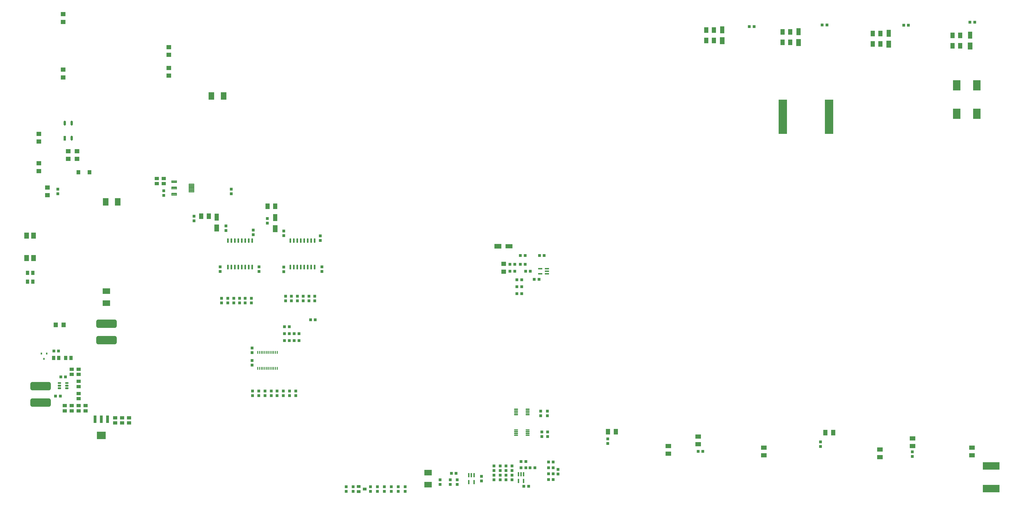
<source format=gbr>
G04 EAGLE Gerber RS-274X export*
G75*
%MOMM*%
%FSLAX34Y34*%
%LPD*%
%INSolderpaste Top*%
%IPPOS*%
%AMOC8*
5,1,8,0,0,1.08239X$1,22.5*%
G01*
%ADD10R,1.100000X1.000000*%
%ADD11R,1.000000X1.100000*%
%ADD12R,1.500000X1.300000*%
%ADD13R,1.800000X1.600000*%
%ADD14R,2.500000X1.600000*%
%ADD15R,2.500000X1.700000*%
%ADD16R,1.600000X2.500000*%
%ADD17R,1.700000X2.500000*%
%ADD18R,2.800000X3.800000*%
%ADD19R,2.743000X2.159000*%
%ADD20R,2.159000X2.743000*%
%ADD21R,0.304800X0.990600*%
%ADD22C,0.300000*%
%ADD23C,0.225000*%
%ADD24R,1.625600X0.609600*%
%ADD25R,0.609600X1.625600*%
%ADD26R,3.300000X2.700000*%
%ADD27R,1.000000X2.700000*%
%ADD28C,0.200000*%
%ADD29C,0.205000*%
%ADD30R,3.150000X12.500000*%
%ADD31R,1.400000X1.000000*%
%ADD32R,1.700000X2.200000*%
%ADD33R,1.803000X1.600000*%
%ADD34R,1.600000X2.000000*%
%ADD35R,2.000000X1.600000*%
%ADD36R,6.200000X2.700000*%
%ADD37R,1.300000X1.500000*%
%ADD38R,1.600000X1.803000*%
%ADD39C,1.500000*%
%ADD40R,0.600000X0.700000*%
%ADD41R,0.500000X0.600000*%
%ADD42R,1.400000X1.640000*%
%ADD43R,0.866000X1.803000*%
%ADD44C,0.866000*%


D10*
X1518920Y51190D03*
X1518920Y68190D03*
D11*
X1009461Y576190D03*
X1009461Y559190D03*
D10*
X1991750Y882650D03*
X2008750Y882650D03*
X1996050Y825500D03*
X1979050Y825500D03*
X2027800Y857250D03*
X2010800Y857250D03*
X1145150Y654345D03*
X1128150Y654345D03*
X2059550Y827193D03*
X2042550Y827193D03*
D11*
X892803Y856370D03*
X892803Y873370D03*
X1034612Y856370D03*
X1034612Y873370D03*
X913845Y1023230D03*
X913845Y1006230D03*
X1013744Y1007990D03*
X1013744Y990990D03*
X963930Y740800D03*
X963930Y757800D03*
X920750Y740800D03*
X920750Y757800D03*
X1125622Y855100D03*
X1125622Y872100D03*
X1265300Y856370D03*
X1265300Y873370D03*
X1125220Y987180D03*
X1125220Y1004180D03*
X1259263Y986400D03*
X1259263Y969400D03*
X1196118Y748420D03*
X1196118Y765420D03*
X1153369Y748420D03*
X1153369Y765420D03*
X796595Y1058790D03*
X796595Y1041790D03*
X1065530Y1049900D03*
X1065530Y1032900D03*
X2090316Y345050D03*
X2090316Y328050D03*
X2066290Y328050D03*
X2066290Y345050D03*
X2091690Y268850D03*
X2091690Y251850D03*
X2070100Y251850D03*
X2070100Y268850D03*
X3090276Y215450D03*
X3090276Y232450D03*
X3426737Y178750D03*
X3426737Y195750D03*
D10*
X2659300Y197656D03*
X2642300Y197656D03*
D11*
X2311630Y226150D03*
X2311630Y243150D03*
D10*
X2094620Y137160D03*
X2111620Y137160D03*
X2111620Y115570D03*
X2094620Y115570D03*
D11*
X2129790Y131690D03*
X2129790Y114690D03*
X1917700Y93100D03*
X1917700Y110100D03*
D10*
X2021450Y69850D03*
X2004450Y69850D03*
D11*
X1939290Y127390D03*
X1939290Y144390D03*
X1493520Y68190D03*
X1493520Y51190D03*
X1544320Y51190D03*
X1544320Y68190D03*
X1734820Y76590D03*
X1734820Y93590D03*
X1760220Y76590D03*
X1760220Y93590D03*
X1849134Y89290D03*
X1849134Y106290D03*
X1009650Y513470D03*
X1009650Y530470D03*
D10*
X283600Y565150D03*
X300600Y565150D03*
X309000Y469900D03*
X326000Y469900D03*
X289950Y400050D03*
X306950Y400050D03*
D12*
X400050Y365100D03*
X400050Y346100D03*
X374650Y365100D03*
X374650Y346100D03*
X349250Y365100D03*
X349250Y346100D03*
D13*
X260350Y1135350D03*
X260350Y1163350D03*
D11*
X298450Y1140850D03*
X298450Y1157850D03*
D13*
X368300Y1296700D03*
X368300Y1268700D03*
D12*
X323850Y365100D03*
X323850Y346100D03*
X558800Y301650D03*
X558800Y320650D03*
X533400Y301650D03*
X533400Y320650D03*
X508000Y301650D03*
X508000Y320650D03*
D11*
X685800Y1134500D03*
X685800Y1151500D03*
X933450Y1140850D03*
X933450Y1157850D03*
D14*
X1949500Y948571D03*
D15*
X1909500Y948571D03*
D16*
X880110Y1055050D03*
D17*
X880110Y1015050D03*
D16*
X2730500Y1740850D03*
D17*
X2730500Y1700850D03*
D16*
X3009900Y1734500D03*
D17*
X3009900Y1694500D03*
D16*
X3340100Y1728150D03*
D17*
X3340100Y1688150D03*
D16*
X3638550Y1721800D03*
D17*
X3638550Y1681800D03*
D16*
X1094310Y1053145D03*
D17*
X1094310Y1013145D03*
D18*
X3662850Y1433830D03*
X3588850Y1433830D03*
X3588850Y1537970D03*
X3662850Y1537970D03*
D19*
X1653540Y75690D03*
X1653540Y119890D03*
X476250Y739900D03*
X476250Y784100D03*
D20*
X517400Y1111250D03*
X473200Y1111250D03*
X860550Y1498600D03*
X904750Y1498600D03*
D21*
X1029780Y501682D03*
X1036280Y501682D03*
X1042780Y501682D03*
X1049280Y501682D03*
X1055780Y501682D03*
X1062280Y501682D03*
X1068780Y501682D03*
X1075280Y501682D03*
X1081780Y501682D03*
X1088280Y501682D03*
X1094780Y501682D03*
X1101280Y501682D03*
X1101280Y560038D03*
X1094780Y560038D03*
X1088280Y560038D03*
X1081780Y560038D03*
X1075280Y560038D03*
X1068780Y560038D03*
X1062280Y560038D03*
X1055780Y560038D03*
X1049280Y560038D03*
X1042780Y560038D03*
X1036280Y560038D03*
X1029780Y560038D03*
D22*
X922263Y962550D02*
X922263Y976050D01*
X922263Y962550D02*
X919263Y962550D01*
X919263Y976050D01*
X922263Y976050D01*
X922263Y965400D02*
X919263Y965400D01*
X919263Y968250D02*
X922263Y968250D01*
X922263Y971100D02*
X919263Y971100D01*
X919263Y973950D02*
X922263Y973950D01*
X934963Y976050D02*
X934963Y962550D01*
X931963Y962550D01*
X931963Y976050D01*
X934963Y976050D01*
X934963Y965400D02*
X931963Y965400D01*
X931963Y968250D02*
X934963Y968250D01*
X934963Y971100D02*
X931963Y971100D01*
X931963Y973950D02*
X934963Y973950D01*
X947663Y976050D02*
X947663Y962550D01*
X944663Y962550D01*
X944663Y976050D01*
X947663Y976050D01*
X947663Y965400D02*
X944663Y965400D01*
X944663Y968250D02*
X947663Y968250D01*
X947663Y971100D02*
X944663Y971100D01*
X944663Y973950D02*
X947663Y973950D01*
X960363Y976050D02*
X960363Y962550D01*
X957363Y962550D01*
X957363Y976050D01*
X960363Y976050D01*
X960363Y965400D02*
X957363Y965400D01*
X957363Y968250D02*
X960363Y968250D01*
X960363Y971100D02*
X957363Y971100D01*
X957363Y973950D02*
X960363Y973950D01*
X973063Y976050D02*
X973063Y962550D01*
X970063Y962550D01*
X970063Y976050D01*
X973063Y976050D01*
X973063Y965400D02*
X970063Y965400D01*
X970063Y968250D02*
X973063Y968250D01*
X973063Y971100D02*
X970063Y971100D01*
X970063Y973950D02*
X973063Y973950D01*
X985763Y976050D02*
X985763Y962550D01*
X982763Y962550D01*
X982763Y976050D01*
X985763Y976050D01*
X985763Y965400D02*
X982763Y965400D01*
X982763Y968250D02*
X985763Y968250D01*
X985763Y971100D02*
X982763Y971100D01*
X982763Y973950D02*
X985763Y973950D01*
X998463Y976050D02*
X998463Y962550D01*
X995463Y962550D01*
X995463Y976050D01*
X998463Y976050D01*
X998463Y965400D02*
X995463Y965400D01*
X995463Y968250D02*
X998463Y968250D01*
X998463Y971100D02*
X995463Y971100D01*
X995463Y973950D02*
X998463Y973950D01*
X1011163Y976050D02*
X1011163Y962550D01*
X1008163Y962550D01*
X1008163Y976050D01*
X1011163Y976050D01*
X1011163Y965400D02*
X1008163Y965400D01*
X1008163Y968250D02*
X1011163Y968250D01*
X1011163Y971100D02*
X1008163Y971100D01*
X1008163Y973950D02*
X1011163Y973950D01*
X1011163Y878950D02*
X1011163Y865450D01*
X1008163Y865450D01*
X1008163Y878950D01*
X1011163Y878950D01*
X1011163Y868300D02*
X1008163Y868300D01*
X1008163Y871150D02*
X1011163Y871150D01*
X1011163Y874000D02*
X1008163Y874000D01*
X1008163Y876850D02*
X1011163Y876850D01*
X998463Y878950D02*
X998463Y865450D01*
X995463Y865450D01*
X995463Y878950D01*
X998463Y878950D01*
X998463Y868300D02*
X995463Y868300D01*
X995463Y871150D02*
X998463Y871150D01*
X998463Y874000D02*
X995463Y874000D01*
X995463Y876850D02*
X998463Y876850D01*
X985763Y878950D02*
X985763Y865450D01*
X982763Y865450D01*
X982763Y878950D01*
X985763Y878950D01*
X985763Y868300D02*
X982763Y868300D01*
X982763Y871150D02*
X985763Y871150D01*
X985763Y874000D02*
X982763Y874000D01*
X982763Y876850D02*
X985763Y876850D01*
X973063Y878950D02*
X973063Y865450D01*
X970063Y865450D01*
X970063Y878950D01*
X973063Y878950D01*
X973063Y868300D02*
X970063Y868300D01*
X970063Y871150D02*
X973063Y871150D01*
X973063Y874000D02*
X970063Y874000D01*
X970063Y876850D02*
X973063Y876850D01*
X960363Y878950D02*
X960363Y865450D01*
X957363Y865450D01*
X957363Y878950D01*
X960363Y878950D01*
X960363Y868300D02*
X957363Y868300D01*
X957363Y871150D02*
X960363Y871150D01*
X960363Y874000D02*
X957363Y874000D01*
X957363Y876850D02*
X960363Y876850D01*
X947663Y878950D02*
X947663Y865450D01*
X944663Y865450D01*
X944663Y878950D01*
X947663Y878950D01*
X947663Y868300D02*
X944663Y868300D01*
X944663Y871150D02*
X947663Y871150D01*
X947663Y874000D02*
X944663Y874000D01*
X944663Y876850D02*
X947663Y876850D01*
X934963Y878950D02*
X934963Y865450D01*
X931963Y865450D01*
X931963Y878950D01*
X934963Y878950D01*
X934963Y868300D02*
X931963Y868300D01*
X931963Y871150D02*
X934963Y871150D01*
X934963Y874000D02*
X931963Y874000D01*
X931963Y876850D02*
X934963Y876850D01*
X922263Y878950D02*
X922263Y865450D01*
X919263Y865450D01*
X919263Y878950D01*
X922263Y878950D01*
X922263Y868300D02*
X919263Y868300D01*
X919263Y871150D02*
X922263Y871150D01*
X922263Y874000D02*
X919263Y874000D01*
X919263Y876850D02*
X922263Y876850D01*
X1150850Y962550D02*
X1150850Y976050D01*
X1150850Y962550D02*
X1147850Y962550D01*
X1147850Y976050D01*
X1150850Y976050D01*
X1150850Y965400D02*
X1147850Y965400D01*
X1147850Y968250D02*
X1150850Y968250D01*
X1150850Y971100D02*
X1147850Y971100D01*
X1147850Y973950D02*
X1150850Y973950D01*
X1163550Y976050D02*
X1163550Y962550D01*
X1160550Y962550D01*
X1160550Y976050D01*
X1163550Y976050D01*
X1163550Y965400D02*
X1160550Y965400D01*
X1160550Y968250D02*
X1163550Y968250D01*
X1163550Y971100D02*
X1160550Y971100D01*
X1160550Y973950D02*
X1163550Y973950D01*
X1176250Y976050D02*
X1176250Y962550D01*
X1173250Y962550D01*
X1173250Y976050D01*
X1176250Y976050D01*
X1176250Y965400D02*
X1173250Y965400D01*
X1173250Y968250D02*
X1176250Y968250D01*
X1176250Y971100D02*
X1173250Y971100D01*
X1173250Y973950D02*
X1176250Y973950D01*
X1188950Y976050D02*
X1188950Y962550D01*
X1185950Y962550D01*
X1185950Y976050D01*
X1188950Y976050D01*
X1188950Y965400D02*
X1185950Y965400D01*
X1185950Y968250D02*
X1188950Y968250D01*
X1188950Y971100D02*
X1185950Y971100D01*
X1185950Y973950D02*
X1188950Y973950D01*
X1201650Y976050D02*
X1201650Y962550D01*
X1198650Y962550D01*
X1198650Y976050D01*
X1201650Y976050D01*
X1201650Y965400D02*
X1198650Y965400D01*
X1198650Y968250D02*
X1201650Y968250D01*
X1201650Y971100D02*
X1198650Y971100D01*
X1198650Y973950D02*
X1201650Y973950D01*
X1214350Y976050D02*
X1214350Y962550D01*
X1211350Y962550D01*
X1211350Y976050D01*
X1214350Y976050D01*
X1214350Y965400D02*
X1211350Y965400D01*
X1211350Y968250D02*
X1214350Y968250D01*
X1214350Y971100D02*
X1211350Y971100D01*
X1211350Y973950D02*
X1214350Y973950D01*
X1227050Y976050D02*
X1227050Y962550D01*
X1224050Y962550D01*
X1224050Y976050D01*
X1227050Y976050D01*
X1227050Y965400D02*
X1224050Y965400D01*
X1224050Y968250D02*
X1227050Y968250D01*
X1227050Y971100D02*
X1224050Y971100D01*
X1224050Y973950D02*
X1227050Y973950D01*
X1239750Y976050D02*
X1239750Y962550D01*
X1236750Y962550D01*
X1236750Y976050D01*
X1239750Y976050D01*
X1239750Y965400D02*
X1236750Y965400D01*
X1236750Y968250D02*
X1239750Y968250D01*
X1239750Y971100D02*
X1236750Y971100D01*
X1236750Y973950D02*
X1239750Y973950D01*
X1239750Y878950D02*
X1239750Y865450D01*
X1236750Y865450D01*
X1236750Y878950D01*
X1239750Y878950D01*
X1239750Y868300D02*
X1236750Y868300D01*
X1236750Y871150D02*
X1239750Y871150D01*
X1239750Y874000D02*
X1236750Y874000D01*
X1236750Y876850D02*
X1239750Y876850D01*
X1227050Y878950D02*
X1227050Y865450D01*
X1224050Y865450D01*
X1224050Y878950D01*
X1227050Y878950D01*
X1227050Y868300D02*
X1224050Y868300D01*
X1224050Y871150D02*
X1227050Y871150D01*
X1227050Y874000D02*
X1224050Y874000D01*
X1224050Y876850D02*
X1227050Y876850D01*
X1214350Y878950D02*
X1214350Y865450D01*
X1211350Y865450D01*
X1211350Y878950D01*
X1214350Y878950D01*
X1214350Y868300D02*
X1211350Y868300D01*
X1211350Y871150D02*
X1214350Y871150D01*
X1214350Y874000D02*
X1211350Y874000D01*
X1211350Y876850D02*
X1214350Y876850D01*
X1201650Y878950D02*
X1201650Y865450D01*
X1198650Y865450D01*
X1198650Y878950D01*
X1201650Y878950D01*
X1201650Y868300D02*
X1198650Y868300D01*
X1198650Y871150D02*
X1201650Y871150D01*
X1201650Y874000D02*
X1198650Y874000D01*
X1198650Y876850D02*
X1201650Y876850D01*
X1188950Y878950D02*
X1188950Y865450D01*
X1185950Y865450D01*
X1185950Y878950D01*
X1188950Y878950D01*
X1188950Y868300D02*
X1185950Y868300D01*
X1185950Y871150D02*
X1188950Y871150D01*
X1188950Y874000D02*
X1185950Y874000D01*
X1185950Y876850D02*
X1188950Y876850D01*
X1176250Y878950D02*
X1176250Y865450D01*
X1173250Y865450D01*
X1173250Y878950D01*
X1176250Y878950D01*
X1176250Y868300D02*
X1173250Y868300D01*
X1173250Y871150D02*
X1176250Y871150D01*
X1176250Y874000D02*
X1173250Y874000D01*
X1173250Y876850D02*
X1176250Y876850D01*
X1163550Y878950D02*
X1163550Y865450D01*
X1160550Y865450D01*
X1160550Y878950D01*
X1163550Y878950D01*
X1163550Y868300D02*
X1160550Y868300D01*
X1160550Y871150D02*
X1163550Y871150D01*
X1163550Y874000D02*
X1160550Y874000D01*
X1160550Y876850D02*
X1163550Y876850D01*
X1150850Y878950D02*
X1150850Y865450D01*
X1147850Y865450D01*
X1147850Y878950D01*
X1150850Y878950D01*
X1150850Y868300D02*
X1147850Y868300D01*
X1147850Y871150D02*
X1150850Y871150D01*
X1150850Y874000D02*
X1147850Y874000D01*
X1147850Y876850D02*
X1150850Y876850D01*
D23*
X2012074Y350954D02*
X2023824Y350954D01*
X2012074Y350954D02*
X2012074Y353204D01*
X2023824Y353204D01*
X2023824Y350954D01*
X2023824Y353091D02*
X2012074Y353091D01*
X2012074Y344454D02*
X2023824Y344454D01*
X2012074Y344454D02*
X2012074Y346704D01*
X2023824Y346704D01*
X2023824Y344454D01*
X2023824Y346591D02*
X2012074Y346591D01*
X2012074Y337954D02*
X2023824Y337954D01*
X2012074Y337954D02*
X2012074Y340204D01*
X2023824Y340204D01*
X2023824Y337954D01*
X2023824Y340091D02*
X2012074Y340091D01*
X2012074Y331454D02*
X2023824Y331454D01*
X2012074Y331454D02*
X2012074Y333704D01*
X2023824Y333704D01*
X2023824Y331454D01*
X2023824Y333591D02*
X2012074Y333591D01*
X1980806Y331454D02*
X1969056Y331454D01*
X1969056Y333704D01*
X1980806Y333704D01*
X1980806Y331454D01*
X1980806Y333591D02*
X1969056Y333591D01*
X1969056Y337954D02*
X1980806Y337954D01*
X1969056Y337954D02*
X1969056Y340204D01*
X1980806Y340204D01*
X1980806Y337954D01*
X1980806Y340091D02*
X1969056Y340091D01*
X1969056Y344454D02*
X1980806Y344454D01*
X1969056Y344454D02*
X1969056Y346704D01*
X1980806Y346704D01*
X1980806Y344454D01*
X1980806Y346591D02*
X1969056Y346591D01*
X1969056Y350954D02*
X1980806Y350954D01*
X1969056Y350954D02*
X1969056Y353204D01*
X1980806Y353204D01*
X1980806Y350954D01*
X1980806Y353091D02*
X1969056Y353091D01*
D24*
X2088896Y847750D03*
X2088896Y857250D03*
X2088896Y866750D03*
X2064004Y866750D03*
X2064004Y847750D03*
D23*
X2023824Y275325D02*
X2012074Y275325D01*
X2012074Y277575D01*
X2023824Y277575D01*
X2023824Y275325D01*
X2023824Y277462D02*
X2012074Y277462D01*
X2012074Y268825D02*
X2023824Y268825D01*
X2012074Y268825D02*
X2012074Y271075D01*
X2023824Y271075D01*
X2023824Y268825D01*
X2023824Y270962D02*
X2012074Y270962D01*
X2012074Y262325D02*
X2023824Y262325D01*
X2012074Y262325D02*
X2012074Y264575D01*
X2023824Y264575D01*
X2023824Y262325D01*
X2023824Y264462D02*
X2012074Y264462D01*
X2012074Y255825D02*
X2023824Y255825D01*
X2012074Y255825D02*
X2012074Y258075D01*
X2023824Y258075D01*
X2023824Y255825D01*
X2023824Y257962D02*
X2012074Y257962D01*
X1980806Y255825D02*
X1969056Y255825D01*
X1969056Y258075D01*
X1980806Y258075D01*
X1980806Y255825D01*
X1980806Y257962D02*
X1969056Y257962D01*
X1969056Y262325D02*
X1980806Y262325D01*
X1969056Y262325D02*
X1969056Y264575D01*
X1980806Y264575D01*
X1980806Y262325D01*
X1980806Y264462D02*
X1969056Y264462D01*
X1969056Y268825D02*
X1980806Y268825D01*
X1969056Y268825D02*
X1969056Y271075D01*
X1980806Y271075D01*
X1980806Y268825D01*
X1980806Y270962D02*
X1969056Y270962D01*
X1969056Y275325D02*
X1980806Y275325D01*
X1969056Y275325D02*
X1969056Y277575D01*
X1980806Y277575D01*
X1980806Y275325D01*
X1980806Y277462D02*
X1969056Y277462D01*
D25*
X2003400Y114046D03*
X1993900Y114046D03*
X1984400Y114046D03*
X1984400Y89154D03*
X2003400Y89154D03*
X1821790Y110236D03*
X1812290Y110236D03*
X1802790Y110236D03*
X1802790Y85344D03*
X1821790Y85344D03*
D22*
X308000Y427150D02*
X308000Y430150D01*
X308000Y427150D02*
X300000Y427150D01*
X300000Y430150D01*
X308000Y430150D01*
X308000Y430000D02*
X300000Y430000D01*
X308000Y446150D02*
X308000Y449150D01*
X308000Y446150D02*
X300000Y446150D01*
X300000Y449150D01*
X308000Y449150D01*
X308000Y449000D02*
X300000Y449000D01*
X335000Y449150D02*
X335000Y446150D01*
X327000Y446150D01*
X327000Y449150D01*
X335000Y449150D01*
X335000Y449000D02*
X327000Y449000D01*
X335000Y439650D02*
X335000Y436650D01*
X327000Y436650D01*
X327000Y439650D01*
X335000Y439650D01*
X335000Y439500D02*
X327000Y439500D01*
X335000Y430150D02*
X335000Y427150D01*
X327000Y427150D01*
X327000Y430150D01*
X335000Y430150D01*
X335000Y430000D02*
X327000Y430000D01*
X308000Y436650D02*
X308000Y439650D01*
X308000Y436650D02*
X300000Y436650D01*
X300000Y439650D01*
X308000Y439650D01*
X308000Y439500D02*
X300000Y439500D01*
D26*
X457200Y256250D03*
D27*
X434200Y315250D03*
X457200Y315250D03*
X480200Y315250D03*
D28*
X733150Y1181050D02*
X733150Y1189050D01*
X733150Y1181050D02*
X714650Y1181050D01*
X714650Y1189050D01*
X733150Y1189050D01*
X733150Y1182950D02*
X714650Y1182950D01*
X714650Y1184850D02*
X733150Y1184850D01*
X733150Y1186750D02*
X714650Y1186750D01*
X714650Y1188650D02*
X733150Y1188650D01*
X733150Y1166050D02*
X733150Y1158050D01*
X714650Y1158050D01*
X714650Y1166050D01*
X733150Y1166050D01*
X733150Y1159950D02*
X714650Y1159950D01*
X714650Y1161850D02*
X733150Y1161850D01*
X733150Y1163750D02*
X714650Y1163750D01*
X714650Y1165650D02*
X733150Y1165650D01*
X733150Y1143050D02*
X733150Y1135050D01*
X714650Y1135050D01*
X714650Y1143050D01*
X733150Y1143050D01*
X733150Y1136950D02*
X714650Y1136950D01*
X714650Y1138850D02*
X733150Y1138850D01*
X733150Y1140750D02*
X714650Y1140750D01*
X714650Y1142650D02*
X733150Y1142650D01*
D29*
X796625Y1146825D02*
X796625Y1177275D01*
X796625Y1146825D02*
X778175Y1146825D01*
X778175Y1177275D01*
X796625Y1177275D01*
X796625Y1148772D02*
X778175Y1148772D01*
X778175Y1150719D02*
X796625Y1150719D01*
X796625Y1152666D02*
X778175Y1152666D01*
X778175Y1154613D02*
X796625Y1154613D01*
X796625Y1156560D02*
X778175Y1156560D01*
X778175Y1158507D02*
X796625Y1158507D01*
X796625Y1160454D02*
X778175Y1160454D01*
X778175Y1162401D02*
X796625Y1162401D01*
X796625Y1164348D02*
X778175Y1164348D01*
X778175Y1166295D02*
X796625Y1166295D01*
X796625Y1168242D02*
X778175Y1168242D01*
X778175Y1170189D02*
X796625Y1170189D01*
X796625Y1172136D02*
X778175Y1172136D01*
X778175Y1174083D02*
X796625Y1174083D01*
X796625Y1176030D02*
X778175Y1176030D01*
D30*
X3122000Y1422400D03*
X2952750Y1422400D03*
D31*
X1421970Y59690D03*
X1399970Y50190D03*
X1399970Y69190D03*
D32*
X209550Y905150D03*
X184150Y905150D03*
X209550Y987150D03*
X184150Y987150D03*
D10*
X1569720Y68190D03*
X1569720Y51190D03*
X1123950Y418710D03*
X1123950Y401710D03*
X1169670Y401710D03*
X1169670Y418710D03*
X1056640Y401710D03*
X1056640Y418710D03*
X1079500Y401710D03*
X1079500Y418710D03*
X1101090Y401710D03*
X1101090Y418710D03*
D11*
X1128150Y603250D03*
X1145150Y603250D03*
X1180710Y603250D03*
X1163710Y603250D03*
X1128150Y628650D03*
X1145150Y628650D03*
X1180710Y628650D03*
X1163710Y628650D03*
D10*
X1146810Y401710D03*
X1146810Y418710D03*
D33*
X1930400Y855730D03*
X1930400Y884170D03*
D11*
X1970650Y857250D03*
X1953650Y857250D03*
X1970650Y882650D03*
X1953650Y882650D03*
X1979050Y800100D03*
X1996050Y800100D03*
X1991750Y914400D03*
X2008750Y914400D03*
X2061600Y914400D03*
X2078600Y914400D03*
X1979050Y774700D03*
X1996050Y774700D03*
X1223400Y679450D03*
X1240400Y679450D03*
D10*
X1007110Y757800D03*
X1007110Y740800D03*
X984250Y757800D03*
X984250Y740800D03*
X897890Y740800D03*
X897890Y757800D03*
X942340Y740800D03*
X942340Y757800D03*
D34*
X822930Y1058338D03*
X850930Y1058338D03*
X2700050Y1739900D03*
X2672050Y1739900D03*
X2979450Y1695450D03*
X2951450Y1695450D03*
X2700050Y1701800D03*
X2672050Y1701800D03*
X2979450Y1733550D03*
X2951450Y1733550D03*
D11*
X3113650Y1758950D03*
X3096650Y1758950D03*
X2846950Y1752600D03*
X2829950Y1752600D03*
D34*
X3309650Y1727200D03*
X3281650Y1727200D03*
X3601750Y1682750D03*
X3573750Y1682750D03*
X3309650Y1689100D03*
X3281650Y1689100D03*
X3601750Y1720850D03*
X3573750Y1720850D03*
D11*
X3654670Y1769110D03*
X3637670Y1769110D03*
X3412100Y1757762D03*
X3395100Y1757762D03*
D10*
X1238598Y765420D03*
X1238598Y748420D03*
X1217439Y765420D03*
X1217439Y748420D03*
X1132168Y748420D03*
X1132168Y765420D03*
X1174918Y748420D03*
X1174918Y765420D03*
D34*
X1065660Y1094954D03*
X1093660Y1094954D03*
D35*
X3308350Y204500D03*
X3308350Y176500D03*
X3644900Y210850D03*
X3644900Y182850D03*
D34*
X3136500Y266241D03*
X3108500Y266241D03*
D35*
X3427326Y244650D03*
X3427326Y216650D03*
X2533650Y217200D03*
X2533650Y189200D03*
X2882900Y210850D03*
X2882900Y182850D03*
X2642500Y251850D03*
X2642500Y223850D03*
D34*
X2340650Y269181D03*
X2312650Y269181D03*
D36*
X3715126Y61370D03*
X3715126Y144370D03*
D11*
X1756020Y116840D03*
X1739020Y116840D03*
X2094620Y93980D03*
X2111620Y93980D03*
X2094620Y158750D03*
X2111620Y158750D03*
X2044310Y137160D03*
X2027310Y137160D03*
X2011290Y160020D03*
X1994290Y160020D03*
D10*
X1960880Y93100D03*
X1960880Y110100D03*
D11*
X1994290Y137160D03*
X2011290Y137160D03*
D10*
X1939290Y110100D03*
X1939290Y93100D03*
X1894840Y93100D03*
X1894840Y110100D03*
X1033780Y418710D03*
X1033780Y401710D03*
X1960880Y127390D03*
X1960880Y144390D03*
X1468120Y51190D03*
X1468120Y68190D03*
X1353820Y68190D03*
X1353820Y51190D03*
X1379220Y51190D03*
X1379220Y68190D03*
X1442720Y68190D03*
X1442720Y51190D03*
X1010920Y401710D03*
X1010920Y418710D03*
X1697990Y93590D03*
X1697990Y76590D03*
X1894840Y144390D03*
X1894840Y127390D03*
X1917700Y144390D03*
X1917700Y127390D03*
D37*
X327050Y539750D03*
X346050Y539750D03*
X282600Y539750D03*
X301600Y539750D03*
X206350Y850900D03*
X187350Y850900D03*
X206350Y819150D03*
X187350Y819150D03*
D38*
X319020Y660400D03*
X290580Y660400D03*
D12*
X349250Y498450D03*
X349250Y479450D03*
X374650Y479450D03*
X374650Y498450D03*
X374650Y409550D03*
X374650Y390550D03*
X374650Y454000D03*
X374650Y435000D03*
D33*
X228600Y1360420D03*
X228600Y1331980D03*
X228600Y1252470D03*
X228600Y1224030D03*
X336550Y1296920D03*
X336550Y1268480D03*
D12*
X660400Y1196950D03*
X660400Y1177950D03*
X685800Y1177950D03*
X685800Y1196950D03*
D33*
X704850Y1677920D03*
X704850Y1649480D03*
X704850Y1601720D03*
X704850Y1573280D03*
X317500Y1566930D03*
X317500Y1595370D03*
X317500Y1770130D03*
X317500Y1798570D03*
D39*
X446250Y672500D02*
X446250Y657500D01*
X446250Y672500D02*
X506250Y672500D01*
X506250Y657500D01*
X446250Y657500D01*
X446250Y671750D02*
X506250Y671750D01*
X446250Y612500D02*
X446250Y597500D01*
X446250Y612500D02*
X506250Y612500D01*
X506250Y597500D01*
X446250Y597500D01*
X446250Y611750D02*
X506250Y611750D01*
X204950Y443900D02*
X204950Y428900D01*
X204950Y443900D02*
X264950Y443900D01*
X264950Y428900D01*
X204950Y428900D01*
X204950Y443150D02*
X264950Y443150D01*
X204950Y383900D02*
X204950Y368900D01*
X204950Y383900D02*
X264950Y383900D01*
X264950Y368900D01*
X204950Y368900D01*
X204950Y383150D02*
X264950Y383150D01*
D40*
X257150Y556100D03*
X238150Y556100D03*
X247650Y536100D03*
D41*
X257150Y556100D03*
X238150Y556100D03*
X247650Y536100D03*
D42*
X373550Y1219200D03*
X413850Y1219200D03*
D43*
X323850Y1344100D03*
D44*
X349250Y1339415D02*
X349250Y1348785D01*
X349250Y1394415D02*
X349250Y1403785D01*
X323850Y1403785D02*
X323850Y1394415D01*
M02*

</source>
